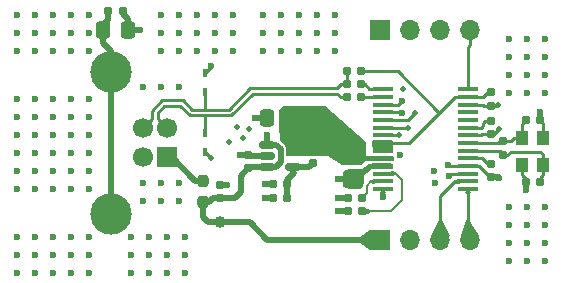
<source format=gtl>
%TF.GenerationSoftware,KiCad,Pcbnew,8.0.5*%
%TF.CreationDate,2024-10-10T11:51:51-04:00*%
%TF.ProjectId,dac,6461632e-6b69-4636-9164-5f7063625858,rev?*%
%TF.SameCoordinates,Original*%
%TF.FileFunction,Copper,L1,Top*%
%TF.FilePolarity,Positive*%
%FSLAX46Y46*%
G04 Gerber Fmt 4.6, Leading zero omitted, Abs format (unit mm)*
G04 Created by KiCad (PCBNEW 8.0.5) date 2024-10-10 11:51:51*
%MOMM*%
%LPD*%
G01*
G04 APERTURE LIST*
G04 Aperture macros list*
%AMRoundRect*
0 Rectangle with rounded corners*
0 $1 Rounding radius*
0 $2 $3 $4 $5 $6 $7 $8 $9 X,Y pos of 4 corners*
0 Add a 4 corners polygon primitive as box body*
4,1,4,$2,$3,$4,$5,$6,$7,$8,$9,$2,$3,0*
0 Add four circle primitives for the rounded corners*
1,1,$1+$1,$2,$3*
1,1,$1+$1,$4,$5*
1,1,$1+$1,$6,$7*
1,1,$1+$1,$8,$9*
0 Add four rect primitives between the rounded corners*
20,1,$1+$1,$2,$3,$4,$5,0*
20,1,$1+$1,$4,$5,$6,$7,0*
20,1,$1+$1,$6,$7,$8,$9,0*
20,1,$1+$1,$8,$9,$2,$3,0*%
G04 Aperture macros list end*
%TA.AperFunction,SMDPad,CuDef*%
%ADD10C,1.000000*%
%TD*%
%TA.AperFunction,SMDPad,CuDef*%
%ADD11RoundRect,0.160000X-0.197500X-0.160000X0.197500X-0.160000X0.197500X0.160000X-0.197500X0.160000X0*%
%TD*%
%TA.AperFunction,ComponentPad*%
%ADD12R,1.700000X1.700000*%
%TD*%
%TA.AperFunction,ComponentPad*%
%ADD13O,1.700000X1.700000*%
%TD*%
%TA.AperFunction,SMDPad,CuDef*%
%ADD14R,0.406400X0.711200*%
%TD*%
%TA.AperFunction,SMDPad,CuDef*%
%ADD15R,1.750000X0.450000*%
%TD*%
%TA.AperFunction,SMDPad,CuDef*%
%ADD16RoundRect,0.160000X0.197500X0.160000X-0.197500X0.160000X-0.197500X-0.160000X0.197500X-0.160000X0*%
%TD*%
%TA.AperFunction,SMDPad,CuDef*%
%ADD17RoundRect,0.250000X-0.475000X0.337500X-0.475000X-0.337500X0.475000X-0.337500X0.475000X0.337500X0*%
%TD*%
%TA.AperFunction,ComponentPad*%
%ADD18C,1.700000*%
%TD*%
%TA.AperFunction,ComponentPad*%
%ADD19C,3.500000*%
%TD*%
%TA.AperFunction,SMDPad,CuDef*%
%ADD20RoundRect,0.155000X0.155000X-0.212500X0.155000X0.212500X-0.155000X0.212500X-0.155000X-0.212500X0*%
%TD*%
%TA.AperFunction,SMDPad,CuDef*%
%ADD21RoundRect,0.155000X-0.155000X0.212500X-0.155000X-0.212500X0.155000X-0.212500X0.155000X0.212500X0*%
%TD*%
%TA.AperFunction,SMDPad,CuDef*%
%ADD22R,1.050000X1.300000*%
%TD*%
%TA.AperFunction,SMDPad,CuDef*%
%ADD23RoundRect,0.160000X0.160000X-0.197500X0.160000X0.197500X-0.160000X0.197500X-0.160000X-0.197500X0*%
%TD*%
%TA.AperFunction,SMDPad,CuDef*%
%ADD24RoundRect,0.160000X-0.160000X0.197500X-0.160000X-0.197500X0.160000X-0.197500X0.160000X0.197500X0*%
%TD*%
%TA.AperFunction,SMDPad,CuDef*%
%ADD25RoundRect,0.250000X0.337500X0.475000X-0.337500X0.475000X-0.337500X-0.475000X0.337500X-0.475000X0*%
%TD*%
%TA.AperFunction,SMDPad,CuDef*%
%ADD26RoundRect,0.155000X-0.212500X-0.155000X0.212500X-0.155000X0.212500X0.155000X-0.212500X0.155000X0*%
%TD*%
%TA.AperFunction,SMDPad,CuDef*%
%ADD27RoundRect,0.250000X-0.337500X-0.475000X0.337500X-0.475000X0.337500X0.475000X-0.337500X0.475000X0*%
%TD*%
%TA.AperFunction,SMDPad,CuDef*%
%ADD28RoundRect,0.155000X0.212500X0.155000X-0.212500X0.155000X-0.212500X-0.155000X0.212500X-0.155000X0*%
%TD*%
%TA.AperFunction,SMDPad,CuDef*%
%ADD29RoundRect,0.237500X-0.237500X0.250000X-0.237500X-0.250000X0.237500X-0.250000X0.237500X0.250000X0*%
%TD*%
%TA.AperFunction,SMDPad,CuDef*%
%ADD30RoundRect,0.150000X-0.512500X-0.150000X0.512500X-0.150000X0.512500X0.150000X-0.512500X0.150000X0*%
%TD*%
%TA.AperFunction,ViaPad*%
%ADD31C,0.600000*%
%TD*%
%TA.AperFunction,ViaPad*%
%ADD32C,0.500000*%
%TD*%
%TA.AperFunction,Conductor*%
%ADD33C,0.254000*%
%TD*%
%TA.AperFunction,Conductor*%
%ADD34C,0.508000*%
%TD*%
%TA.AperFunction,Conductor*%
%ADD35C,0.267200*%
%TD*%
%TA.AperFunction,Conductor*%
%ADD36C,0.203200*%
%TD*%
G04 APERTURE END LIST*
D10*
%TO.P,TP2,1,1*%
%TO.N,VBUS*%
X85775000Y-94275000D03*
%TD*%
D11*
%TO.P,R2,1*%
%TO.N,/CONN_D-*%
X96537500Y-83705000D03*
%TO.P,R2,2*%
%TO.N,/USB_D-*%
X97732500Y-83705000D03*
%TD*%
D12*
%TO.P,J2,1,Pin_1*%
%TO.N,VBUS*%
X99345000Y-95745000D03*
D13*
%TO.P,J2,2,Pin_2*%
%TO.N,GND*%
X101885000Y-95745000D03*
%TO.P,J2,3,Pin_3*%
%TO.N,/VOUTL*%
X104425000Y-95745000D03*
%TO.P,J2,4,Pin_4*%
%TO.N,/VOUTR*%
X106965000Y-95745000D03*
%TD*%
D14*
%TO.P,D1,1*%
%TO.N,GND*%
X84523300Y-88300200D03*
%TO.P,D1,2*%
%TO.N,/CONN_D-*%
X84523300Y-86700000D03*
%TD*%
D11*
%TO.P,R1,1*%
%TO.N,/CONN_D+*%
X96537500Y-82615000D03*
%TO.P,R1,2*%
%TO.N,/USB_D+*%
X97732500Y-82615000D03*
%TD*%
D15*
%TO.P,U1,1,D+*%
%TO.N,/USB_D+*%
X99565000Y-83020000D03*
%TO.P,U1,2,D-*%
%TO.N,/USB_D-*%
X99565000Y-83670000D03*
%TO.P,U1,3,VBUS*%
%TO.N,VBUS*%
X99565000Y-84320000D03*
%TO.P,U1,4,DGNDU*%
%TO.N,GND*%
X99565000Y-84970000D03*
%TO.P,U1,5,HID0*%
%TO.N,/HID0*%
X99565000Y-85620000D03*
%TO.P,U1,6,HID1*%
%TO.N,/HID1*%
X99565000Y-86270000D03*
%TO.P,U1,7,HID2*%
%TO.N,/HID2*%
X99565000Y-86920000D03*
%TO.P,U1,8,SEL0*%
%TO.N,VDDI*%
X99565000Y-87570000D03*
%TO.P,U1,9,SEL1*%
X99565000Y-88220000D03*
%TO.P,U1,10,VCCCI*%
%TO.N,3V7*%
X99565000Y-88870000D03*
%TO.P,U1,11,AGNDC*%
%TO.N,GND*%
X99565000Y-89520000D03*
%TO.P,U1,12,VINL*%
%TO.N,/VINL*%
X99565000Y-90170000D03*
%TO.P,U1,13,VINR*%
%TO.N,/VINR*%
X99565000Y-90820000D03*
%TO.P,U1,14,VCOM*%
%TO.N,/VCOM*%
X99565000Y-91470000D03*
%TO.P,U1,15,VOUTR*%
%TO.N,/VOUTR*%
X106765000Y-91470000D03*
%TO.P,U1,16,VOUTL*%
%TO.N,/VOUTL*%
X106765000Y-90820000D03*
%TO.P,U1,17,VCCP1I*%
%TO.N,/VCCP1I*%
X106765000Y-90170000D03*
%TO.P,U1,18,AGNDP*%
%TO.N,GND*%
X106765000Y-89520000D03*
%TO.P,U1,19,VCCP2I*%
%TO.N,/VCCP2I*%
X106765000Y-88870000D03*
%TO.P,U1,20,XTO*%
%TO.N,/XTO*%
X106765000Y-88220000D03*
%TO.P,U1,21,XTI*%
%TO.N,/XTI*%
X106765000Y-87570000D03*
%TO.P,U1,22,AGNDX*%
%TO.N,GND*%
X106765000Y-86920000D03*
%TO.P,U1,23,VCCXI*%
%TO.N,/VCCXI*%
X106765000Y-86270000D03*
%TO.P,U1,24,DIN*%
%TO.N,unconnected-(U1-DIN-Pad24)*%
X106765000Y-85620000D03*
%TO.P,U1,25,DOUT*%
%TO.N,unconnected-(U1-DOUT-Pad25)*%
X106765000Y-84970000D03*
%TO.P,U1,26,DGND*%
%TO.N,GND*%
X106765000Y-84320000D03*
%TO.P,U1,27,VDDI*%
%TO.N,VDDI*%
X106765000Y-83670000D03*
%TO.P,U1,28,~{SSPND}*%
%TO.N,/~{SSPND}*%
X106765000Y-83020000D03*
%TD*%
D16*
%TO.P,R3,1*%
%TO.N,/VINR*%
X97765500Y-92241000D03*
%TO.P,R3,2*%
%TO.N,GND*%
X96570500Y-92241000D03*
%TD*%
D11*
%TO.P,R7,1*%
%TO.N,CGND*%
X76327500Y-76365000D03*
%TO.P,R7,2*%
%TO.N,GND*%
X77522500Y-76365000D03*
%TD*%
D17*
%TO.P,C6,1*%
%TO.N,3V7*%
X97095000Y-88542500D03*
%TO.P,C6,2*%
%TO.N,GND*%
X97095000Y-90617500D03*
%TD*%
D12*
%TO.P,J1,1,VBUS*%
%TO.N,VUSB_CONN*%
X81250000Y-88795000D03*
D18*
%TO.P,J1,2,D-*%
%TO.N,/CONN_D-*%
X81250000Y-86295000D03*
%TO.P,J1,3,D+*%
%TO.N,/CONN_D+*%
X79250000Y-86295000D03*
%TO.P,J1,4,GND*%
%TO.N,GND*%
X79250000Y-88795000D03*
D19*
%TO.P,J1,5,Shield*%
%TO.N,CGND*%
X76540000Y-93565000D03*
X76540000Y-81525000D03*
%TD*%
D20*
%TO.P,C11,1*%
%TO.N,VBUS*%
X85735000Y-92232500D03*
%TO.P,C11,2*%
%TO.N,GND*%
X85735000Y-91097500D03*
%TD*%
D21*
%TO.P,C3,1*%
%TO.N,/VCCP2I*%
X108705000Y-89337500D03*
%TO.P,C3,2*%
%TO.N,GND*%
X108705000Y-90472500D03*
%TD*%
D22*
%TO.P,Y1,1,1*%
%TO.N,/XTO*%
X113115000Y-89405000D03*
%TO.P,Y1,2,2*%
%TO.N,GND*%
X113115000Y-87105000D03*
%TO.P,Y1,3,3*%
%TO.N,/XTI*%
X111365000Y-87105000D03*
%TO.P,Y1,4,4*%
%TO.N,GND*%
X111365000Y-89405000D03*
%TD*%
D14*
%TO.P,D2,1*%
%TO.N,GND*%
X84523400Y-81639800D03*
%TO.P,D2,2*%
%TO.N,/CONN_D+*%
X84523400Y-83240000D03*
%TD*%
D23*
%TO.P,R5,1*%
%TO.N,/XTO*%
X109745000Y-88592500D03*
%TO.P,R5,2*%
%TO.N,/XTI*%
X109745000Y-87397500D03*
%TD*%
D24*
%TO.P,R10,1*%
%TO.N,3V7*%
X93605000Y-88087500D03*
%TO.P,R10,2*%
%TO.N,/ADJ*%
X93605000Y-89282500D03*
%TD*%
D25*
%TO.P,C12,1*%
%TO.N,3V7*%
X91802500Y-85475000D03*
%TO.P,C12,2*%
%TO.N,GND*%
X89727500Y-85475000D03*
%TD*%
D21*
%TO.P,C5,1*%
%TO.N,VDDI*%
X108700000Y-83267500D03*
%TO.P,C5,2*%
%TO.N,GND*%
X108700000Y-84402500D03*
%TD*%
D20*
%TO.P,C13,1*%
%TO.N,VBUS*%
X88185000Y-89692500D03*
%TO.P,C13,2*%
%TO.N,GND*%
X88185000Y-88557500D03*
%TD*%
D26*
%TO.P,C9,1*%
%TO.N,/XTI*%
X111717500Y-85635000D03*
%TO.P,C9,2*%
%TO.N,GND*%
X112852500Y-85635000D03*
%TD*%
D16*
%TO.P,R9,1*%
%TO.N,/ADJ*%
X91482500Y-92225000D03*
%TO.P,R9,2*%
%TO.N,GND*%
X90287500Y-92225000D03*
%TD*%
D21*
%TO.P,C4,1*%
%TO.N,/VCCXI*%
X108705000Y-85711500D03*
%TO.P,C4,2*%
%TO.N,GND*%
X108705000Y-86846500D03*
%TD*%
D27*
%TO.P,C10,1*%
%TO.N,CGND*%
X75887500Y-77995000D03*
%TO.P,C10,2*%
%TO.N,GND*%
X77962500Y-77995000D03*
%TD*%
D16*
%TO.P,R11,1*%
%TO.N,/ADJ*%
X91482500Y-91045000D03*
%TO.P,R11,2*%
%TO.N,GND*%
X90287500Y-91045000D03*
%TD*%
D10*
%TO.P,TP1,1,1*%
%TO.N,3V7*%
X93955000Y-85575000D03*
%TD*%
D16*
%TO.P,R4,1*%
%TO.N,/VINL*%
X97765500Y-93351000D03*
%TO.P,R4,2*%
%TO.N,GND*%
X96570500Y-93351000D03*
%TD*%
D12*
%TO.P,J3,1,Pin_1*%
%TO.N,/HID0*%
X99345000Y-77965000D03*
D13*
%TO.P,J3,2,Pin_2*%
%TO.N,/HID1*%
X101885000Y-77965000D03*
%TO.P,J3,3,Pin_3*%
%TO.N,/HID2*%
X104425000Y-77965000D03*
%TO.P,J3,4,Pin_4*%
%TO.N,/~{SSPND}*%
X106965000Y-77965000D03*
%TD*%
D16*
%TO.P,R6,1*%
%TO.N,VDDI*%
X97732500Y-81495000D03*
%TO.P,R6,2*%
%TO.N,/CONN_D+*%
X96537500Y-81495000D03*
%TD*%
D28*
%TO.P,C8,1*%
%TO.N,/XTO*%
X112852500Y-90895000D03*
%TO.P,C8,2*%
%TO.N,GND*%
X111717500Y-90895000D03*
%TD*%
D29*
%TO.P,R8,1*%
%TO.N,VUSB_CONN*%
X84305000Y-90752500D03*
%TO.P,R8,2*%
%TO.N,VBUS*%
X84305000Y-92577500D03*
%TD*%
D30*
%TO.P,U2,1,IN*%
%TO.N,VBUS*%
X89717500Y-87700000D03*
%TO.P,U2,2,GND*%
%TO.N,GND*%
X89717500Y-88650000D03*
%TO.P,U2,3,EN*%
%TO.N,VBUS*%
X89717500Y-89600000D03*
%TO.P,U2,4,ADJ*%
%TO.N,/ADJ*%
X91992500Y-89600000D03*
%TO.P,U2,5,OUT*%
%TO.N,3V7*%
X91992500Y-87700000D03*
%TD*%
D31*
%TO.N,/VCOM*%
X99565000Y-92100000D03*
%TO.N,GND*%
X74676000Y-88392000D03*
X90932000Y-78232000D03*
X87500000Y-88550000D03*
X71628000Y-76708000D03*
X70104000Y-78232000D03*
X71628000Y-78232000D03*
X86868000Y-76708000D03*
X111760000Y-80264000D03*
X86868000Y-78232000D03*
X80772000Y-82804000D03*
D32*
X85050000Y-88850000D03*
D31*
X74676000Y-85344000D03*
X82804000Y-97028000D03*
X92456000Y-78232000D03*
X82296000Y-82804000D03*
X71628000Y-89916000D03*
X81280000Y-95504000D03*
X113284000Y-94488000D03*
X70104000Y-83820000D03*
X110236000Y-96012000D03*
D32*
X109300000Y-84375000D03*
D31*
X90932000Y-79756000D03*
X110236000Y-81788000D03*
X68580000Y-88392000D03*
X73152000Y-95504000D03*
X113284000Y-78740000D03*
X74676000Y-98552000D03*
X111760000Y-96012000D03*
X101150000Y-85000000D03*
X110236000Y-80264000D03*
X79756000Y-98552000D03*
X70104000Y-88392000D03*
X74676000Y-86868000D03*
X68580000Y-86868000D03*
X71628000Y-79756000D03*
X89408000Y-76708000D03*
X95800000Y-93350000D03*
D32*
X88239600Y-86360000D03*
D31*
X68580000Y-76708000D03*
X79000000Y-78000000D03*
X79756000Y-95504000D03*
X68580000Y-89916000D03*
X70104000Y-86868000D03*
X111760000Y-97536000D03*
X82804000Y-95504000D03*
X68580000Y-98552000D03*
X112850000Y-84950000D03*
X110236000Y-94488000D03*
X111760000Y-83312000D03*
X85344000Y-78232000D03*
X74676000Y-79756000D03*
X70104000Y-95504000D03*
X73152000Y-97028000D03*
X73152000Y-89916000D03*
X73152000Y-98552000D03*
X100975000Y-88550000D03*
X74676000Y-83820000D03*
X109400000Y-90500000D03*
X113284000Y-80264000D03*
X80772000Y-76708000D03*
X110236000Y-78740000D03*
X73152000Y-79756000D03*
X81280000Y-97028000D03*
X92456000Y-76708000D03*
X68580000Y-78232000D03*
X73152000Y-88392000D03*
X78232000Y-97028000D03*
X70104000Y-97028000D03*
X82804000Y-98552000D03*
X113284000Y-81788000D03*
X68580000Y-95504000D03*
X80772000Y-90932000D03*
X113284000Y-96012000D03*
X71628000Y-98552000D03*
X68580000Y-83820000D03*
X95504000Y-76708000D03*
X70104000Y-76708000D03*
D32*
X86563200Y-87477600D03*
D31*
X89550000Y-91050000D03*
X74676000Y-95504000D03*
X111760000Y-94488000D03*
X110236000Y-92964000D03*
X113284000Y-92964000D03*
X71628000Y-83820000D03*
X89408000Y-78232000D03*
X86868000Y-79756000D03*
X80772000Y-92456000D03*
X103987600Y-90982800D03*
X70104000Y-98552000D03*
X78232000Y-95504000D03*
X93980000Y-78232000D03*
X89408000Y-79756000D03*
X82296000Y-79756000D03*
X79756000Y-97028000D03*
X105050000Y-89450000D03*
X68580000Y-85344000D03*
X74676000Y-89916000D03*
X95800000Y-90600000D03*
X71628000Y-97028000D03*
X81280000Y-98552000D03*
X111760000Y-81788000D03*
X73152000Y-83820000D03*
X73152000Y-78232000D03*
X71628000Y-88392000D03*
X70104000Y-79756000D03*
X70104000Y-91440000D03*
X88725000Y-85475000D03*
X95504000Y-79756000D03*
X73152000Y-76708000D03*
D32*
X109400000Y-86400000D03*
D31*
X95504000Y-78232000D03*
X70104000Y-85344000D03*
X95800000Y-92250000D03*
X71628000Y-86868000D03*
X74676000Y-97028000D03*
X79248000Y-90932000D03*
X73152000Y-86868000D03*
D32*
X101295200Y-82956400D03*
D31*
X83820000Y-78232000D03*
X103886000Y-89916000D03*
X68580000Y-97028000D03*
X82296000Y-92456000D03*
X79248000Y-92456000D03*
X92456000Y-79756000D03*
X73152000Y-91440000D03*
X70104000Y-89916000D03*
X74676000Y-78232000D03*
X85344000Y-79756000D03*
X71628000Y-85344000D03*
X82296000Y-90932000D03*
X68580000Y-79756000D03*
X79248000Y-82804000D03*
X71628000Y-91440000D03*
X93980000Y-79756000D03*
X83820000Y-76708000D03*
X82296000Y-78232000D03*
X89550000Y-92250000D03*
D32*
X87680800Y-87172800D03*
D31*
X85025000Y-81050000D03*
X74676000Y-76708000D03*
X86400000Y-91100000D03*
X110236000Y-97536000D03*
X82296000Y-76708000D03*
X78232000Y-98552000D03*
X111760000Y-78740000D03*
X113284000Y-83312000D03*
X83820000Y-79756000D03*
X68580000Y-91440000D03*
X80772000Y-78232000D03*
X111760000Y-92964000D03*
X73152000Y-85344000D03*
X85344000Y-76708000D03*
X110236000Y-83312000D03*
X71628000Y-95504000D03*
X113284000Y-97536000D03*
X90932000Y-76708000D03*
X80772000Y-79756000D03*
X111700000Y-91550000D03*
X93980000Y-76708000D03*
X74676000Y-91440000D03*
D32*
X87223600Y-86207600D03*
D31*
%TO.N,/VCCP1I*%
X105150000Y-90400000D03*
%TO.N,VBUS*%
X101150000Y-84050000D03*
X89750000Y-86900000D03*
D32*
%TO.N,/HID1*%
X101650000Y-86275000D03*
%TO.N,/HID2*%
X100930000Y-86920000D03*
%TO.N,/HID0*%
X102300000Y-85000000D03*
%TD*%
D33*
%TO.N,/VCOM*%
X99565000Y-92100000D02*
X99565000Y-91470000D01*
D34*
%TO.N,GND*%
X89575000Y-92225000D02*
X89550000Y-92250000D01*
D33*
X105120000Y-89520000D02*
X105050000Y-89450000D01*
D34*
X88185000Y-88557500D02*
X87507500Y-88557500D01*
D33*
X111717500Y-90895000D02*
X111717500Y-90617500D01*
X112852500Y-85635000D02*
X113115000Y-85897500D01*
X85025000Y-81050000D02*
X85025000Y-81138200D01*
X111717500Y-90617500D02*
X111365000Y-90265000D01*
D34*
X88277500Y-88650000D02*
X88185000Y-88557500D01*
X89727500Y-85475000D02*
X88725000Y-85475000D01*
D33*
X111365000Y-90265000D02*
X111365000Y-89405000D01*
X106765000Y-84320000D02*
X108020000Y-84320000D01*
D34*
X77962500Y-77995000D02*
X78995000Y-77995000D01*
D33*
X85025000Y-81138200D02*
X84523400Y-81639800D01*
X106765000Y-89520000D02*
X107720000Y-89520000D01*
D34*
X96570500Y-92241000D02*
X95809000Y-92241000D01*
D33*
X84523300Y-88300200D02*
X84523300Y-88323300D01*
D34*
X85735000Y-91097500D02*
X86397500Y-91097500D01*
D33*
X108700000Y-84402500D02*
X109272500Y-84402500D01*
X108020000Y-84320000D02*
X108102500Y-84402500D01*
D34*
X109372500Y-90472500D02*
X109400000Y-90500000D01*
X89717500Y-88650000D02*
X88277500Y-88650000D01*
X95817500Y-90617500D02*
X95800000Y-90600000D01*
X90287500Y-91045000D02*
X89555000Y-91045000D01*
D33*
X113115000Y-85897500D02*
X113115000Y-87105000D01*
X109272500Y-84402500D02*
X109300000Y-84375000D01*
D34*
X90287500Y-92225000D02*
X89575000Y-92225000D01*
D33*
X107880000Y-86920000D02*
X106765000Y-86920000D01*
X107720000Y-89520000D02*
X108672500Y-90472500D01*
X108672500Y-90472500D02*
X108705000Y-90472500D01*
D34*
X111717500Y-90895000D02*
X111717500Y-91532500D01*
D33*
X106765000Y-89520000D02*
X105120000Y-89520000D01*
D34*
X77522500Y-76365000D02*
X77522500Y-76622500D01*
X78995000Y-77995000D02*
X79000000Y-78000000D01*
X112852500Y-85635000D02*
X112852500Y-84952500D01*
D33*
X84523300Y-88323300D02*
X85050000Y-88850000D01*
X99565000Y-84970000D02*
X101120000Y-84970000D01*
X84523300Y-88300200D02*
X84523300Y-88473300D01*
D34*
X95809000Y-92241000D02*
X95800000Y-92250000D01*
D33*
X108953500Y-86846500D02*
X109400000Y-86400000D01*
X107953500Y-86846500D02*
X107880000Y-86920000D01*
X101120000Y-84970000D02*
X101150000Y-85000000D01*
D34*
X86397500Y-91097500D02*
X86400000Y-91100000D01*
X89555000Y-91045000D02*
X89550000Y-91050000D01*
X87507500Y-88557500D02*
X87500000Y-88550000D01*
X112852500Y-84952500D02*
X112850000Y-84950000D01*
X96570500Y-93351000D02*
X95801000Y-93351000D01*
X77522500Y-76622500D02*
X77962500Y-77062500D01*
X108705000Y-90472500D02*
X109372500Y-90472500D01*
X97095000Y-90617500D02*
X95817500Y-90617500D01*
X111717500Y-91532500D02*
X111700000Y-91550000D01*
D33*
X108705000Y-86846500D02*
X108953500Y-86846500D01*
X108102500Y-84402500D02*
X108700000Y-84402500D01*
X108705000Y-86846500D02*
X107953500Y-86846500D01*
D34*
X95801000Y-93351000D02*
X95800000Y-93350000D01*
X77962500Y-77062500D02*
X77962500Y-77995000D01*
D33*
%TO.N,/VCCP1I*%
X105150000Y-90400000D02*
X105380000Y-90170000D01*
X105380000Y-90170000D02*
X106765000Y-90170000D01*
%TO.N,/VCCP2I*%
X107970000Y-88870000D02*
X106765000Y-88870000D01*
X108437500Y-89337500D02*
X107970000Y-88870000D01*
X108705000Y-89337500D02*
X108437500Y-89337500D01*
%TO.N,/VCCXI*%
X108188500Y-85711500D02*
X108000000Y-85900000D01*
X108000000Y-86100000D02*
X107830000Y-86270000D01*
X108705000Y-85711500D02*
X108188500Y-85711500D01*
X108000000Y-85900000D02*
X108000000Y-86100000D01*
X107830000Y-86270000D02*
X106765000Y-86270000D01*
%TO.N,VDDI*%
X108432500Y-83267500D02*
X108700000Y-83267500D01*
X101761000Y-87570000D02*
X104340500Y-84990500D01*
X100845000Y-81495000D02*
X97732500Y-81495000D01*
X104340500Y-84990500D02*
X105661000Y-83670000D01*
X99565000Y-87570000D02*
X99565000Y-88220000D01*
X105661000Y-83670000D02*
X106765000Y-83670000D01*
X106765000Y-83670000D02*
X108030000Y-83670000D01*
X99565000Y-87570000D02*
X101761000Y-87570000D01*
X108030000Y-83670000D02*
X108432500Y-83267500D01*
X104340500Y-84990500D02*
X100845000Y-81495000D01*
D34*
%TO.N,VBUS*%
X88275000Y-94275000D02*
X85775000Y-94275000D01*
D33*
X100880000Y-84320000D02*
X101150000Y-84050000D01*
D34*
X84305000Y-93805000D02*
X84305000Y-92577500D01*
X88277500Y-89600000D02*
X88185000Y-89692500D01*
X85217500Y-92232500D02*
X85735000Y-92232500D01*
X90900000Y-88050000D02*
X90550000Y-87700000D01*
X87550000Y-91700000D02*
X87017500Y-92232500D01*
X84305000Y-92577500D02*
X84872500Y-92577500D01*
X84872500Y-92577500D02*
X85217500Y-92232500D01*
X99345000Y-95745000D02*
X89745000Y-95745000D01*
X90500000Y-89600000D02*
X90900000Y-89200000D01*
X90900000Y-89200000D02*
X90900000Y-88050000D01*
X85775000Y-94275000D02*
X84775000Y-94275000D01*
X87550000Y-90327500D02*
X87550000Y-91700000D01*
X84775000Y-94275000D02*
X84305000Y-93805000D01*
X87017500Y-92232500D02*
X85735000Y-92232500D01*
X89745000Y-95745000D02*
X88275000Y-94275000D01*
X89717500Y-89600000D02*
X88277500Y-89600000D01*
D33*
X99565000Y-84320000D02*
X100880000Y-84320000D01*
D34*
X89717500Y-86932500D02*
X89750000Y-86900000D01*
X89717500Y-87700000D02*
X89717500Y-86932500D01*
X88185000Y-89692500D02*
X87550000Y-90327500D01*
X90550000Y-87700000D02*
X89717500Y-87700000D01*
X89717500Y-89600000D02*
X90500000Y-89600000D01*
D33*
%TO.N,/XTO*%
X110400000Y-88300000D02*
X112900000Y-88300000D01*
X109745000Y-88592500D02*
X109745000Y-88445000D01*
X112852500Y-90547500D02*
X113115000Y-90285000D01*
X110107500Y-88592500D02*
X110400000Y-88300000D01*
X112852500Y-90895000D02*
X112852500Y-90547500D01*
X109745000Y-88592500D02*
X110107500Y-88592500D01*
X109520000Y-88220000D02*
X106765000Y-88220000D01*
X113115000Y-90285000D02*
X113115000Y-89405000D01*
X113115000Y-88515000D02*
X113115000Y-89405000D01*
X109745000Y-88445000D02*
X109520000Y-88220000D01*
X112900000Y-88300000D02*
X113115000Y-88515000D01*
%TO.N,/XTI*%
X111717500Y-85635000D02*
X111665000Y-85635000D01*
X109330000Y-87570000D02*
X106765000Y-87570000D01*
X111665000Y-85635000D02*
X111365000Y-85935000D01*
X111365000Y-87105000D02*
X110695000Y-87105000D01*
X111365000Y-85935000D02*
X111365000Y-87105000D01*
X109745000Y-87397500D02*
X109502500Y-87397500D01*
X110695000Y-87105000D02*
X110400000Y-87400000D01*
X110397500Y-87397500D02*
X109745000Y-87397500D01*
X110400000Y-87400000D02*
X110397500Y-87397500D01*
X109502500Y-87397500D02*
X109330000Y-87570000D01*
D34*
%TO.N,CGND*%
X76327500Y-77122500D02*
X76327500Y-76365000D01*
X76540000Y-93565000D02*
X76540000Y-81525000D01*
X76540000Y-81525000D02*
X76540000Y-79740000D01*
X75887500Y-77562500D02*
X76327500Y-77122500D01*
X75887500Y-79087500D02*
X75887500Y-77995000D01*
X75887500Y-77995000D02*
X75887500Y-77562500D01*
X76540000Y-79740000D02*
X75887500Y-79087500D01*
D35*
%TO.N,/CONN_D-*%
X80485201Y-85022129D02*
X81072130Y-84435200D01*
X95691449Y-83395200D02*
X96001249Y-83705000D01*
X84600000Y-85235200D02*
X86697424Y-85235200D01*
D33*
X84523300Y-86700000D02*
X84523300Y-85311900D01*
D35*
X81250000Y-86295000D02*
X80485201Y-85530201D01*
X88537424Y-83395200D02*
X95691449Y-83395200D01*
X83202576Y-85235200D02*
X84600000Y-85235200D01*
X86697424Y-85235200D02*
X88537424Y-83395200D01*
D33*
X84523300Y-85311900D02*
X84600000Y-85235200D01*
D35*
X80485201Y-85530201D02*
X80485201Y-85022129D01*
X82402576Y-84435200D02*
X83202576Y-85235200D01*
X81072130Y-84435200D02*
X82402576Y-84435200D01*
X96001249Y-83705000D02*
X96537500Y-83705000D01*
%TO.N,/CONN_D+*%
X83397424Y-84764800D02*
X84500000Y-84764800D01*
X84500000Y-84764800D02*
X86502576Y-84764800D01*
D33*
X84523400Y-84741400D02*
X84500000Y-84764800D01*
D35*
X79250000Y-86295000D02*
X80014799Y-85530201D01*
X88342576Y-82924800D02*
X95691449Y-82924800D01*
D33*
X96537500Y-81495000D02*
X96537500Y-82615000D01*
X84523400Y-83240000D02*
X84523400Y-84741400D01*
D35*
X80877282Y-83964800D02*
X82597424Y-83964800D01*
X80014799Y-84827283D02*
X80877282Y-83964800D01*
X86502576Y-84764800D02*
X88342576Y-82924800D01*
X80014799Y-85530201D02*
X80014799Y-84827283D01*
X96001249Y-82615000D02*
X96537500Y-82615000D01*
X95691449Y-82924800D02*
X96001249Y-82615000D01*
X82597424Y-83964800D02*
X83397424Y-84764800D01*
D34*
%TO.N,VUSB_CONN*%
X84305000Y-90752500D02*
X83652500Y-90752500D01*
X81695000Y-88795000D02*
X81250000Y-88795000D01*
X83652500Y-90752500D02*
X81695000Y-88795000D01*
D33*
%TO.N,/HID1*%
X99565000Y-86270000D02*
X101645000Y-86270000D01*
X101645000Y-86270000D02*
X101650000Y-86275000D01*
%TO.N,/HID2*%
X99565000Y-86920000D02*
X100930000Y-86920000D01*
%TO.N,/HID0*%
X99572000Y-85627000D02*
X101673000Y-85627000D01*
X99565000Y-85620000D02*
X99572000Y-85627000D01*
X101673000Y-85627000D02*
X102300000Y-85000000D01*
%TO.N,/VOUTR*%
X106765000Y-95545000D02*
X106965000Y-95745000D01*
X106765000Y-91470000D02*
X106765000Y-95545000D01*
%TO.N,/~{SSPND}*%
X106965000Y-79235000D02*
X106965000Y-77965000D01*
X106765000Y-83020000D02*
X106765000Y-79435000D01*
X106765000Y-79435000D02*
X106965000Y-79235000D01*
%TO.N,/VOUTL*%
X104425000Y-92031000D02*
X104425000Y-95745000D01*
X105636000Y-90820000D02*
X104425000Y-92031000D01*
X106765000Y-90820000D02*
X105636000Y-90820000D01*
%TO.N,/USB_D+*%
X98420000Y-83020000D02*
X99565000Y-83020000D01*
X98015000Y-82615000D02*
X98420000Y-83020000D01*
X97732500Y-82615000D02*
X98015000Y-82615000D01*
%TO.N,/USB_D-*%
X99565000Y-83670000D02*
X97767500Y-83670000D01*
X97767500Y-83670000D02*
X97732500Y-83705000D01*
D36*
%TO.N,/VINR*%
X98200000Y-91200000D02*
X98580000Y-90820000D01*
X98200000Y-91806500D02*
X98200000Y-91200000D01*
X98580000Y-90820000D02*
X99565000Y-90820000D01*
X97765500Y-92241000D02*
X98200000Y-91806500D01*
%TO.N,/VINL*%
X101200000Y-92400000D02*
X100249000Y-93351000D01*
X100643200Y-90170000D02*
X101200000Y-90726800D01*
X100249000Y-93351000D02*
X97765500Y-93351000D01*
X99565000Y-90170000D02*
X100643200Y-90170000D01*
X101200000Y-90726800D02*
X101200000Y-92400000D01*
D34*
%TO.N,/ADJ*%
X91482500Y-91045000D02*
X91482500Y-90667500D01*
X91482500Y-90667500D02*
X92000000Y-90150000D01*
X91482500Y-92225000D02*
X91482500Y-91045000D01*
X92000000Y-90150000D02*
X91992500Y-90142500D01*
X91992500Y-90142500D02*
X91992500Y-89600000D01*
X91992500Y-89600000D02*
X93287500Y-89600000D01*
X93287500Y-89600000D02*
X93605000Y-89282500D01*
%TD*%
%TA.AperFunction,Conductor*%
%TO.N,/VINR*%
G36*
X99513129Y-90809785D02*
G01*
X99520659Y-90814629D01*
X99522559Y-90823380D01*
X99517715Y-90830911D01*
X99513966Y-90832628D01*
X98694746Y-91043776D01*
X98685880Y-91042522D01*
X98685797Y-91042473D01*
X98571754Y-90973898D01*
X98569510Y-90972144D01*
X98437124Y-90839758D01*
X98433697Y-90831485D01*
X98437124Y-90823212D01*
X98439083Y-90821634D01*
X98686133Y-90663422D01*
X98694520Y-90661763D01*
X99513129Y-90809785D01*
G37*
%TD.AperFunction*%
%TD*%
%TA.AperFunction,Conductor*%
%TO.N,/VCOM*%
G36*
X99691647Y-91503427D02*
G01*
X99694551Y-91508241D01*
X99839020Y-91975038D01*
X99838192Y-91983954D01*
X99832354Y-91989293D01*
X99569511Y-92099115D01*
X99560556Y-92099142D01*
X99560489Y-92099115D01*
X99297645Y-91989293D01*
X99291333Y-91982941D01*
X99290979Y-91975039D01*
X99435449Y-91508240D01*
X99441169Y-91501351D01*
X99446626Y-91500000D01*
X99683374Y-91500000D01*
X99691647Y-91503427D01*
G37*
%TD.AperFunction*%
%TD*%
%TA.AperFunction,Conductor*%
%TO.N,3V7*%
G36*
X98050000Y-88650000D02*
G01*
X100376000Y-88650000D01*
X100443039Y-88669685D01*
X100488794Y-88722489D01*
X100500000Y-88774000D01*
X100500000Y-88967300D01*
X100480315Y-89034339D01*
X100427511Y-89080094D01*
X100376000Y-89091300D01*
X98669935Y-89091300D01*
X98649677Y-89095329D01*
X98638178Y-89097617D01*
X98613987Y-89100000D01*
X98049999Y-89100000D01*
X97736319Y-89413681D01*
X97675073Y-89447123D01*
X96400000Y-89300000D01*
X96100000Y-88950000D01*
X96100000Y-88100000D01*
X96550000Y-87800000D01*
X97850000Y-87800000D01*
X98050000Y-88650000D01*
G37*
%TD.AperFunction*%
%TD*%
%TA.AperFunction,Conductor*%
%TO.N,/VCOM*%
G36*
X99573253Y-91477290D02*
G01*
X99784388Y-91689363D01*
X99787797Y-91697644D01*
X99786824Y-91702290D01*
X99695061Y-91912972D01*
X99688615Y-91919189D01*
X99684334Y-91920000D01*
X99445666Y-91920000D01*
X99437393Y-91916573D01*
X99434939Y-91912972D01*
X99343175Y-91702290D01*
X99343013Y-91693337D01*
X99345608Y-91689366D01*
X99556710Y-91477326D01*
X99564974Y-91473882D01*
X99573253Y-91477290D01*
G37*
%TD.AperFunction*%
%TD*%
%TA.AperFunction,Conductor*%
%TO.N,/VOUTL*%
G36*
X104552903Y-94048427D02*
G01*
X104555183Y-94051647D01*
X105204970Y-95408593D01*
X105205452Y-95417535D01*
X105199470Y-95424199D01*
X105198906Y-95424451D01*
X104429489Y-95744134D01*
X104420534Y-95744143D01*
X104420511Y-95744134D01*
X103651093Y-95424451D01*
X103644768Y-95418112D01*
X103644777Y-95409157D01*
X103645017Y-95408617D01*
X104294817Y-94051646D01*
X104301481Y-94045665D01*
X104305370Y-94045000D01*
X104544630Y-94045000D01*
X104552903Y-94048427D01*
G37*
%TD.AperFunction*%
%TD*%
%TA.AperFunction,Conductor*%
%TO.N,/VOUTL*%
G36*
X106540758Y-90762146D02*
G01*
X106721880Y-90808668D01*
X106729040Y-90814045D01*
X106730301Y-90822911D01*
X106724924Y-90830071D01*
X106721880Y-90831332D01*
X105893896Y-91043999D01*
X105886313Y-91043394D01*
X105672028Y-90950061D01*
X105665811Y-90943615D01*
X105665000Y-90939334D01*
X105665000Y-90700665D01*
X105668427Y-90692392D01*
X105672024Y-90689940D01*
X105886315Y-90596604D01*
X105893893Y-90596000D01*
X106540758Y-90762146D01*
G37*
%TD.AperFunction*%
%TD*%
%TA.AperFunction,Conductor*%
%TO.N,VBUS*%
G36*
X98501946Y-94901938D02*
G01*
X99337712Y-95736722D01*
X99341144Y-95744993D01*
X99337722Y-95753268D01*
X99337712Y-95753278D01*
X98501946Y-96588061D01*
X98493671Y-96591483D01*
X98486961Y-96589363D01*
X97649983Y-96002493D01*
X97645176Y-95994937D01*
X97645000Y-95992913D01*
X97645000Y-95497086D01*
X97648427Y-95488813D01*
X97649983Y-95487506D01*
X98486962Y-94900635D01*
X98495702Y-94898692D01*
X98501946Y-94901938D01*
G37*
%TD.AperFunction*%
%TD*%
%TA.AperFunction,Conductor*%
%TO.N,/VINL*%
G36*
X98032436Y-93047220D02*
G01*
X98436470Y-93246184D01*
X98442377Y-93252912D01*
X98443000Y-93256679D01*
X98443000Y-93445320D01*
X98439573Y-93453593D01*
X98436469Y-93455816D01*
X98032438Y-93654778D01*
X98023502Y-93655359D01*
X98018328Y-93651828D01*
X97770865Y-93358544D01*
X97768150Y-93350012D01*
X97770866Y-93343455D01*
X98018329Y-93050170D01*
X98026281Y-93046059D01*
X98032436Y-93047220D01*
G37*
%TD.AperFunction*%
%TD*%
%TA.AperFunction,Conductor*%
%TO.N,3V7*%
G36*
X94620519Y-84419685D02*
G01*
X94635039Y-84430597D01*
X98107561Y-87462941D01*
X98145110Y-87521863D01*
X98150000Y-87556341D01*
X98150000Y-88650000D01*
X98050000Y-88650000D01*
X97850000Y-87800000D01*
X96550000Y-87800000D01*
X96100000Y-88100000D01*
X96100000Y-88950000D01*
X96400000Y-89300000D01*
X97675073Y-89447123D01*
X97674996Y-89447166D01*
X97648638Y-89450000D01*
X96185563Y-89450000D01*
X96119843Y-89431152D01*
X94950000Y-88700000D01*
X94949999Y-88699999D01*
X94949998Y-88699999D01*
X91480186Y-88657632D01*
X91413392Y-88637130D01*
X91368285Y-88583771D01*
X91357700Y-88533641D01*
X91357700Y-87989745D01*
X91357700Y-87989743D01*
X91327401Y-87876666D01*
X91326508Y-87873334D01*
X91266251Y-87768966D01*
X91266227Y-87768942D01*
X90886695Y-87389409D01*
X90853210Y-87328086D01*
X90850488Y-87306962D01*
X90797710Y-86053412D01*
X90797600Y-86048196D01*
X90797600Y-84762923D01*
X90817285Y-84695884D01*
X90847358Y-84663605D01*
X91166981Y-84424681D01*
X91232462Y-84400310D01*
X91241223Y-84400000D01*
X94553480Y-84400000D01*
X94620519Y-84419685D01*
G37*
%TD.AperFunction*%
%TD*%
%TA.AperFunction,Conductor*%
%TO.N,/VINL*%
G36*
X100443943Y-89959292D02*
G01*
X100716612Y-90106118D01*
X100722271Y-90113056D01*
X100721365Y-90121965D01*
X100719337Y-90124691D01*
X100586908Y-90257120D01*
X100586642Y-90257378D01*
X100444694Y-90390594D01*
X100436316Y-90393757D01*
X100433767Y-90393393D01*
X99609616Y-90180974D01*
X99602460Y-90175590D01*
X99601206Y-90166724D01*
X99606590Y-90159568D01*
X99609775Y-90158275D01*
X100435647Y-89958223D01*
X100443943Y-89959292D01*
G37*
%TD.AperFunction*%
%TD*%
%TA.AperFunction,Conductor*%
%TO.N,/VOUTR*%
G36*
X106773253Y-91477290D02*
G01*
X106984388Y-91689363D01*
X106987797Y-91697644D01*
X106986824Y-91702290D01*
X106895061Y-91912972D01*
X106888615Y-91919189D01*
X106884334Y-91920000D01*
X106645666Y-91920000D01*
X106637393Y-91916573D01*
X106634939Y-91912972D01*
X106543175Y-91702290D01*
X106543013Y-91693337D01*
X106545608Y-91689366D01*
X106756710Y-91477326D01*
X106764974Y-91473882D01*
X106773253Y-91477290D01*
G37*
%TD.AperFunction*%
%TD*%
%TA.AperFunction,Conductor*%
%TO.N,/VOUTR*%
G36*
X106893886Y-94088209D02*
G01*
X106895454Y-94090154D01*
X107742732Y-95407952D01*
X107744324Y-95416765D01*
X107739219Y-95424121D01*
X107737380Y-95425085D01*
X106969489Y-95744134D01*
X106960534Y-95744143D01*
X106960511Y-95744134D01*
X106189845Y-95423933D01*
X106183520Y-95417594D01*
X106183268Y-95409331D01*
X106635288Y-94092683D01*
X106641216Y-94085971D01*
X106646354Y-94084782D01*
X106885613Y-94084782D01*
X106893886Y-94088209D01*
G37*
%TD.AperFunction*%
%TD*%
%TA.AperFunction,Conductor*%
%TO.N,GND*%
G36*
X100343039Y-89319685D02*
G01*
X100388794Y-89372489D01*
X100400000Y-89424000D01*
X100400000Y-89617300D01*
X100380315Y-89684339D01*
X100327511Y-89730094D01*
X100276000Y-89741300D01*
X98669934Y-89741300D01*
X98610523Y-89753117D01*
X98610520Y-89753118D01*
X98543140Y-89798140D01*
X98498118Y-89865521D01*
X98497555Y-89866882D01*
X98493801Y-89871982D01*
X98491335Y-89875674D01*
X98491167Y-89875562D01*
X98462379Y-89914682D01*
X98000000Y-90299999D01*
X98000000Y-90916878D01*
X97980315Y-90983917D01*
X97963684Y-91004556D01*
X97955703Y-91012537D01*
X97955699Y-91012542D01*
X97925818Y-91064299D01*
X97925816Y-91064302D01*
X97915507Y-91082156D01*
X97915506Y-91082158D01*
X97915506Y-91082159D01*
X97894700Y-91159807D01*
X97894700Y-91159809D01*
X97894700Y-91216975D01*
X97875015Y-91284014D01*
X97845100Y-91316175D01*
X97633067Y-91475200D01*
X97567625Y-91499676D01*
X97558667Y-91500000D01*
X96723880Y-91500000D01*
X96677828Y-91491131D01*
X96277948Y-91331179D01*
X96223014Y-91288005D01*
X96200142Y-91221984D01*
X96200000Y-91216048D01*
X96200000Y-90083951D01*
X96219685Y-90016912D01*
X96272489Y-89971157D01*
X96277919Y-89968832D01*
X96677828Y-89808869D01*
X96723880Y-89800000D01*
X97799999Y-89800000D01*
X97800000Y-89800000D01*
X98422000Y-89333500D01*
X98487442Y-89309024D01*
X98496400Y-89308700D01*
X98613976Y-89308700D01*
X98613987Y-89308700D01*
X98634447Y-89307695D01*
X98658638Y-89305312D01*
X98664085Y-89304503D01*
X98666750Y-89304700D01*
X98677040Y-89302663D01*
X98677896Y-89302504D01*
X98678490Y-89302386D01*
X98678583Y-89302376D01*
X98680011Y-89302112D01*
X98680497Y-89302028D01*
X98680524Y-89302185D01*
X98702701Y-89300000D01*
X100276000Y-89300000D01*
X100343039Y-89319685D01*
G37*
%TD.AperFunction*%
%TD*%
%TA.AperFunction,Conductor*%
%TO.N,VDDI*%
G36*
X100382059Y-87368385D02*
G01*
X100427814Y-87421189D01*
X100439016Y-87473649D01*
X100432553Y-88318249D01*
X100412356Y-88385136D01*
X100359204Y-88430485D01*
X100308557Y-88441300D01*
X98817503Y-88441300D01*
X98750464Y-88421615D01*
X98704709Y-88368811D01*
X98694012Y-88328526D01*
X98617230Y-87483926D01*
X98630764Y-87415380D01*
X98679209Y-87365032D01*
X98740721Y-87348700D01*
X100315020Y-87348700D01*
X100382059Y-87368385D01*
G37*
%TD.AperFunction*%
%TD*%
M02*

</source>
